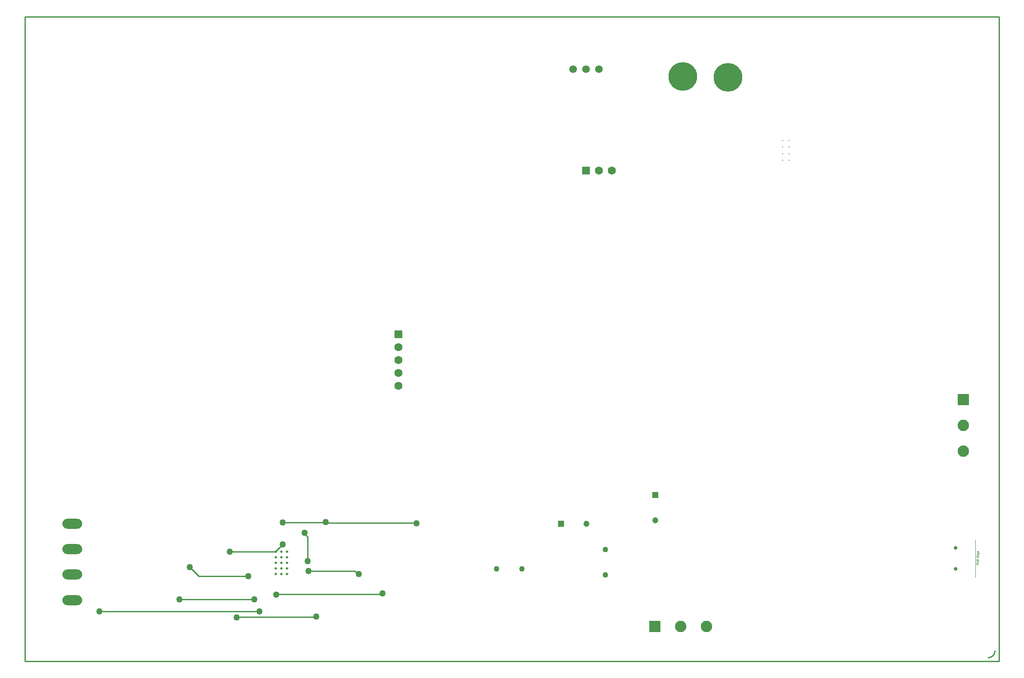
<source format=gbl>
G04*
G04 #@! TF.GenerationSoftware,Altium Limited,Altium Designer,23.1.1 (15)*
G04*
G04 Layer_Physical_Order=2*
G04 Layer_Color=16711680*
%FSLAX25Y25*%
%MOIN*%
G70*
G04*
G04 #@! TF.SameCoordinates,EC016929-1199-40CF-B0C5-1E8161D31A68*
G04*
G04*
G04 #@! TF.FilePolarity,Positive*
G04*
G01*
G75*
%ADD18C,0.01000*%
%ADD20C,0.00394*%
%ADD21C,0.00200*%
%ADD128C,0.05900*%
%ADD132R,0.04724X0.04724*%
%ADD133C,0.04724*%
%ADD134R,0.04724X0.04724*%
%ADD139C,0.22244*%
%ADD147C,0.08858*%
%ADD148R,0.08858X0.08858*%
%ADD149C,0.04331*%
%ADD150R,0.08858X0.08858*%
%ADD151C,0.01181*%
%ADD152O,0.15354X0.07677*%
%ADD153C,0.02756*%
%ADD154R,0.06299X0.06299*%
%ADD155C,0.06299*%
%ADD156C,0.06299*%
%ADD157R,0.06299X0.06299*%
%ADD158C,0.05000*%
%ADD159C,0.01968*%
D18*
X319500Y70000D02*
X355343D01*
X357843Y67500D02*
X358500D01*
X355343Y70000D02*
X357843Y67500D01*
X319000Y77500D02*
Y96343D01*
X316500Y98843D02*
Y99500D01*
Y98843D02*
X319000Y96343D01*
X294000Y85000D02*
X299500Y90500D01*
Y107500D02*
X299750Y107750D01*
X332750D01*
X333000Y108000D01*
X258500Y85000D02*
X294000D01*
X264250Y34250D02*
X325250D01*
X325500Y34500D01*
X264000Y34000D02*
X264250Y34250D01*
X157500Y38500D02*
X281500D01*
X294500Y51500D02*
X295000Y52000D01*
X376500D01*
X377000Y52500D01*
X219500Y48000D02*
X277500D01*
X234500Y66000D02*
X273000D01*
X227500Y73000D02*
X234500Y66000D01*
X402707Y107430D02*
X403277Y106860D01*
X333570Y107430D02*
X402707D01*
X333000Y108000D02*
X333570Y107430D01*
X846278Y2686D02*
G03*
X851500Y8000I-93J5314D01*
G01*
X100000Y0D02*
Y500000D01*
Y0D02*
X854500D01*
Y500000D01*
X100000D02*
X854500D01*
D20*
X836209Y65076D02*
Y94209D01*
D21*
X838006Y74918D02*
Y75604D01*
X837930Y75832D01*
X837854Y75908D01*
X837701Y75985D01*
X837473D01*
X837320Y75908D01*
X837244Y75832D01*
X837168Y75604D01*
Y74918D01*
X838768D01*
X837549Y77485D02*
X837397Y77409D01*
X837244Y77257D01*
X837168Y77104D01*
Y76800D01*
X837244Y76647D01*
X837397Y76495D01*
X837549Y76419D01*
X837778Y76343D01*
X838158D01*
X838387Y76419D01*
X838539Y76495D01*
X838692Y76647D01*
X838768Y76800D01*
Y77104D01*
X838692Y77257D01*
X838539Y77409D01*
X838387Y77485D01*
X837168Y77935D02*
X838768D01*
X837168D02*
Y78620D01*
X837244Y78849D01*
X837320Y78925D01*
X837473Y79001D01*
X837625D01*
X837778Y78925D01*
X837854Y78849D01*
X837930Y78620D01*
Y77935D02*
Y78620D01*
X838006Y78849D01*
X838082Y78925D01*
X838235Y79001D01*
X838463D01*
X838615Y78925D01*
X838692Y78849D01*
X838768Y78620D01*
Y77935D01*
X837168Y81606D02*
Y80616D01*
X838768D01*
Y81606D01*
X837930Y80616D02*
Y81225D01*
X837168Y82787D02*
X838768D01*
X837930D02*
X837778Y82635D01*
X837701Y82482D01*
Y82254D01*
X837778Y82101D01*
X837930Y81949D01*
X838158Y81873D01*
X838311D01*
X838539Y81949D01*
X838692Y82101D01*
X838768Y82254D01*
Y82482D01*
X838692Y82635D01*
X838539Y82787D01*
X837701Y84128D02*
X838920D01*
X839149Y84052D01*
X839225Y83975D01*
X839301Y83823D01*
Y83594D01*
X839225Y83442D01*
X837930Y84128D02*
X837778Y83975D01*
X837701Y83823D01*
Y83594D01*
X837778Y83442D01*
X837930Y83290D01*
X838158Y83214D01*
X838311D01*
X838539Y83290D01*
X838692Y83442D01*
X838768Y83594D01*
Y83823D01*
X838692Y83975D01*
X838539Y84128D01*
X838158Y84554D02*
Y85468D01*
X838006D01*
X837854Y85392D01*
X837778Y85316D01*
X837701Y85164D01*
Y84935D01*
X837778Y84783D01*
X837930Y84630D01*
X838158Y84554D01*
X838311D01*
X838539Y84630D01*
X838692Y84783D01*
X838768Y84935D01*
Y85164D01*
X838692Y85316D01*
X838539Y85468D01*
D128*
X544658Y459173D02*
D03*
X534657D02*
D03*
X524657D02*
D03*
D132*
X515315Y106500D02*
D03*
D133*
X535000D02*
D03*
X588240Y109158D02*
D03*
D134*
Y128842D02*
D03*
D139*
X644500Y453000D02*
D03*
X609500Y453500D02*
D03*
D147*
X628000Y27000D02*
D03*
X608000D02*
D03*
X827000Y163000D02*
D03*
Y183000D02*
D03*
D148*
X588000Y27000D02*
D03*
D149*
X549500Y86500D02*
D03*
Y66815D02*
D03*
X465158Y71500D02*
D03*
X484842D02*
D03*
D150*
X827000Y203000D02*
D03*
D151*
X692059Y388601D02*
D03*
X686941D02*
D03*
X692059Y393720D02*
D03*
X686941D02*
D03*
X692059Y398838D02*
D03*
X686941D02*
D03*
X692059Y403956D02*
D03*
X686941D02*
D03*
D152*
X136500Y67158D02*
D03*
Y86843D02*
D03*
Y106528D02*
D03*
Y47472D02*
D03*
D153*
X820854Y71473D02*
D03*
Y87812D02*
D03*
D154*
X534657Y380673D02*
D03*
D155*
X544658D02*
D03*
X554658D02*
D03*
D156*
X389283Y233646D02*
D03*
Y243646D02*
D03*
Y223646D02*
D03*
Y213646D02*
D03*
D157*
Y253646D02*
D03*
D158*
X319500Y70000D02*
D03*
X319000Y77500D02*
D03*
X316500Y99500D02*
D03*
X358500Y67500D02*
D03*
X299500Y107500D02*
D03*
Y90500D02*
D03*
X258500Y85000D02*
D03*
X325500Y34500D02*
D03*
X264000Y34000D02*
D03*
X294500Y51500D02*
D03*
X277500Y48000D02*
D03*
X157500Y38500D02*
D03*
X281500D02*
D03*
X377000Y52500D02*
D03*
X219500Y48000D02*
D03*
X273000Y66000D02*
D03*
X227500Y73000D02*
D03*
X333000Y108000D02*
D03*
X403277Y106860D02*
D03*
D159*
X294169Y84905D02*
D03*
X298500D02*
D03*
X302831D02*
D03*
X294169Y80575D02*
D03*
X298500D02*
D03*
X302831D02*
D03*
X294169Y76244D02*
D03*
X298500D02*
D03*
X302831D02*
D03*
X294169Y71913D02*
D03*
X298500D02*
D03*
X302831D02*
D03*
X294169Y67583D02*
D03*
X298500D02*
D03*
X302831D02*
D03*
M02*

</source>
